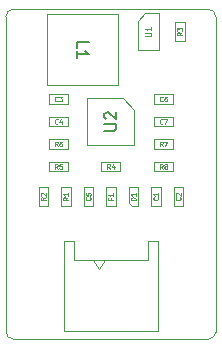
<source format=gbr>
%TF.GenerationSoftware,KiCad,Pcbnew,5.1.6+dfsg1-1~bpo10+1*%
%TF.CreationDate,2020-07-06T17:28:13+00:00*%
%TF.ProjectId,ProMicro_LIPO,50726f4d-6963-4726-9f5f-4c49504f2e6b,v1.6*%
%TF.SameCoordinates,Original*%
%TF.FileFunction,Other,Fab,Top*%
%FSLAX45Y45*%
G04 Gerber Fmt 4.5, Leading zero omitted, Abs format (unit mm)*
G04 Created by KiCad (PCBNEW 5.1.6+dfsg1-1~bpo10+1) date 2020-07-06 17:28:13*
%MOMM*%
%LPD*%
G01*
G04 APERTURE LIST*
%TA.AperFunction,Profile*%
%ADD10C,0.100000*%
%TD*%
%ADD11C,0.100000*%
%ADD12C,0.150000*%
%ADD13C,0.060000*%
%ADD14C,0.075000*%
G04 APERTURE END LIST*
D10*
X-127000Y-63500D02*
X-127000Y2603500D01*
X1651000Y2603500D02*
X1651000Y-63500D01*
X1651000Y-63500D02*
G75*
G02*
X1587500Y-127000I-63500J0D01*
G01*
X-63500Y-127000D02*
G75*
G02*
X-127000Y-63500I0J63500D01*
G01*
X-127000Y2603500D02*
G75*
G02*
X-63500Y2667000I63500J0D01*
G01*
X1587500Y2667000D02*
G75*
G02*
X1651000Y2603500I0J-63500D01*
G01*
X1587500Y2667000D02*
X-63500Y2667000D01*
X-63500Y-127000D02*
X1587500Y-127000D01*
D11*
X220700Y2624100D02*
X820700Y2624100D01*
X220700Y2624100D02*
X220700Y2024100D01*
X220700Y2024100D02*
X820700Y2024100D01*
X820700Y2024100D02*
X820700Y2624100D01*
X397500Y1945000D02*
X397500Y1865000D01*
X397500Y1865000D02*
X237500Y1865000D01*
X237500Y1865000D02*
X237500Y1945000D01*
X237500Y1945000D02*
X397500Y1945000D01*
X1126500Y1865000D02*
X1126500Y1945000D01*
X1126500Y1945000D02*
X1286500Y1945000D01*
X1286500Y1945000D02*
X1286500Y1865000D01*
X1286500Y1865000D02*
X1126500Y1865000D01*
X1126500Y1674500D02*
X1126500Y1754500D01*
X1126500Y1754500D02*
X1286500Y1754500D01*
X1286500Y1754500D02*
X1286500Y1674500D01*
X1286500Y1674500D02*
X1126500Y1674500D01*
X531500Y1159500D02*
X611500Y1159500D01*
X611500Y1159500D02*
X611500Y999500D01*
X611500Y999500D02*
X531500Y999500D01*
X531500Y999500D02*
X531500Y1159500D01*
X397500Y1754500D02*
X397500Y1674500D01*
X397500Y1674500D02*
X237500Y1674500D01*
X237500Y1674500D02*
X237500Y1754500D01*
X237500Y1754500D02*
X397500Y1754500D01*
X1126500Y1293500D02*
X1126500Y1373500D01*
X1126500Y1373500D02*
X1286500Y1373500D01*
X1286500Y1373500D02*
X1286500Y1293500D01*
X1286500Y1293500D02*
X1126500Y1293500D01*
X1286500Y1564000D02*
X1286500Y1484000D01*
X1286500Y1484000D02*
X1126500Y1484000D01*
X1126500Y1484000D02*
X1126500Y1564000D01*
X1126500Y1564000D02*
X1286500Y1564000D01*
X237500Y1484000D02*
X237500Y1564000D01*
X237500Y1564000D02*
X397500Y1564000D01*
X397500Y1564000D02*
X397500Y1484000D01*
X397500Y1484000D02*
X237500Y1484000D01*
X397500Y1373500D02*
X397500Y1293500D01*
X397500Y1293500D02*
X237500Y1293500D01*
X237500Y1293500D02*
X237500Y1373500D01*
X237500Y1373500D02*
X397500Y1373500D01*
X842000Y1373500D02*
X842000Y1293500D01*
X842000Y1293500D02*
X682000Y1293500D01*
X682000Y1293500D02*
X682000Y1373500D01*
X682000Y1373500D02*
X842000Y1373500D01*
X1386200Y2396500D02*
X1306200Y2396500D01*
X1306200Y2396500D02*
X1306200Y2556500D01*
X1306200Y2556500D02*
X1386200Y2556500D01*
X1386200Y2556500D02*
X1386200Y2396500D01*
X962000Y1814500D02*
X962000Y1514500D01*
X962000Y1514500D02*
X562000Y1514500D01*
X562000Y1514500D02*
X562000Y1914500D01*
X562000Y1914500D02*
X862000Y1914500D01*
X862000Y1914500D02*
X962000Y1814500D01*
X989500Y2566500D02*
X1054500Y2631500D01*
X1169500Y2631500D02*
X1054500Y2631500D01*
X989500Y2566500D02*
X989500Y2321500D01*
X1169500Y2321500D02*
X989500Y2321500D01*
X1169500Y2631500D02*
X1169500Y2321500D01*
X367000Y701000D02*
X447000Y701000D01*
X447000Y701000D02*
X447000Y541000D01*
X447000Y541000D02*
X1077000Y541000D01*
X1077000Y541000D02*
X1077000Y701000D01*
X1077000Y701000D02*
X1157000Y701000D01*
X367000Y-59000D02*
X1157000Y-59000D01*
X367000Y701000D02*
X367000Y-59000D01*
X1157000Y701000D02*
X1157000Y-59000D01*
X612000Y541000D02*
X662000Y470289D01*
X662000Y470289D02*
X712000Y541000D01*
X230500Y999500D02*
X150500Y999500D01*
X150500Y999500D02*
X150500Y1159500D01*
X150500Y1159500D02*
X230500Y1159500D01*
X230500Y1159500D02*
X230500Y999500D01*
X341000Y1159500D02*
X421000Y1159500D01*
X421000Y1159500D02*
X421000Y999500D01*
X421000Y999500D02*
X341000Y999500D01*
X341000Y999500D02*
X341000Y1159500D01*
X1183000Y999500D02*
X1103000Y999500D01*
X1103000Y999500D02*
X1103000Y1159500D01*
X1103000Y1159500D02*
X1183000Y1159500D01*
X1183000Y1159500D02*
X1183000Y999500D01*
X802000Y999500D02*
X722000Y999500D01*
X722000Y999500D02*
X722000Y1159500D01*
X722000Y1159500D02*
X802000Y1159500D01*
X802000Y1159500D02*
X802000Y999500D01*
X912500Y1159500D02*
X912500Y1029500D01*
X912500Y1029500D02*
X942500Y999500D01*
X942500Y999500D02*
X992500Y999500D01*
X992500Y999500D02*
X992500Y1159500D01*
X992500Y1159500D02*
X912500Y1159500D01*
X1293500Y1159500D02*
X1373500Y1159500D01*
X1373500Y1159500D02*
X1373500Y999500D01*
X1373500Y999500D02*
X1293500Y999500D01*
X1293500Y999500D02*
X1293500Y1159500D01*
D12*
X475462Y2340767D02*
X475462Y2388386D01*
X575462Y2388386D01*
X475462Y2255052D02*
X475462Y2312195D01*
X475462Y2283624D02*
X575462Y2283624D01*
X561176Y2293148D01*
X551652Y2302672D01*
X546890Y2312195D01*
D13*
X310833Y1890714D02*
X308929Y1888810D01*
X303214Y1886905D01*
X299405Y1886905D01*
X293690Y1888810D01*
X289881Y1892619D01*
X287976Y1896429D01*
X286071Y1904048D01*
X286071Y1909762D01*
X287976Y1917381D01*
X289881Y1921190D01*
X293690Y1925000D01*
X299405Y1926905D01*
X303214Y1926905D01*
X308929Y1925000D01*
X310833Y1923095D01*
X324167Y1926905D02*
X348929Y1926905D01*
X335595Y1911667D01*
X341310Y1911667D01*
X345119Y1909762D01*
X347024Y1907857D01*
X348929Y1904048D01*
X348929Y1894524D01*
X347024Y1890714D01*
X345119Y1888810D01*
X341310Y1886905D01*
X329881Y1886905D01*
X326071Y1888810D01*
X324167Y1890714D01*
X1199833Y1890714D02*
X1197929Y1888810D01*
X1192214Y1886905D01*
X1188405Y1886905D01*
X1182690Y1888810D01*
X1178881Y1892619D01*
X1176976Y1896429D01*
X1175071Y1904048D01*
X1175071Y1909762D01*
X1176976Y1917381D01*
X1178881Y1921190D01*
X1182690Y1925000D01*
X1188405Y1926905D01*
X1192214Y1926905D01*
X1197929Y1925000D01*
X1199833Y1923095D01*
X1234119Y1926905D02*
X1226500Y1926905D01*
X1222690Y1925000D01*
X1220786Y1923095D01*
X1216976Y1917381D01*
X1215071Y1909762D01*
X1215071Y1894524D01*
X1216976Y1890714D01*
X1218881Y1888810D01*
X1222690Y1886905D01*
X1230310Y1886905D01*
X1234119Y1888810D01*
X1236024Y1890714D01*
X1237929Y1894524D01*
X1237929Y1904048D01*
X1236024Y1907857D01*
X1234119Y1909762D01*
X1230310Y1911667D01*
X1222690Y1911667D01*
X1218881Y1909762D01*
X1216976Y1907857D01*
X1215071Y1904048D01*
X1199833Y1700214D02*
X1197929Y1698310D01*
X1192214Y1696405D01*
X1188405Y1696405D01*
X1182690Y1698310D01*
X1178881Y1702119D01*
X1176976Y1705929D01*
X1175071Y1713548D01*
X1175071Y1719262D01*
X1176976Y1726881D01*
X1178881Y1730690D01*
X1182690Y1734500D01*
X1188405Y1736405D01*
X1192214Y1736405D01*
X1197929Y1734500D01*
X1199833Y1732595D01*
X1213167Y1736405D02*
X1239833Y1736405D01*
X1222690Y1696405D01*
X585786Y1072833D02*
X587690Y1070929D01*
X589595Y1065214D01*
X589595Y1061405D01*
X587690Y1055691D01*
X583881Y1051881D01*
X580071Y1049976D01*
X572452Y1048071D01*
X566738Y1048071D01*
X559119Y1049976D01*
X555310Y1051881D01*
X551500Y1055691D01*
X549595Y1061405D01*
X549595Y1065214D01*
X551500Y1070929D01*
X553405Y1072833D01*
X549595Y1109024D02*
X549595Y1089976D01*
X568643Y1088072D01*
X566738Y1089976D01*
X564833Y1093786D01*
X564833Y1103310D01*
X566738Y1107119D01*
X568643Y1109024D01*
X572452Y1110929D01*
X581976Y1110929D01*
X585786Y1109024D01*
X587690Y1107119D01*
X589595Y1103310D01*
X589595Y1093786D01*
X587690Y1089976D01*
X585786Y1088072D01*
X310833Y1700214D02*
X308929Y1698310D01*
X303214Y1696405D01*
X299405Y1696405D01*
X293690Y1698310D01*
X289881Y1702119D01*
X287976Y1705929D01*
X286071Y1713548D01*
X286071Y1719262D01*
X287976Y1726881D01*
X289881Y1730690D01*
X293690Y1734500D01*
X299405Y1736405D01*
X303214Y1736405D01*
X308929Y1734500D01*
X310833Y1732595D01*
X345119Y1723071D02*
X345119Y1696405D01*
X335595Y1738310D02*
X326071Y1709738D01*
X350833Y1709738D01*
X1199833Y1315405D02*
X1186500Y1334452D01*
X1176976Y1315405D02*
X1176976Y1355405D01*
X1192214Y1355405D01*
X1196024Y1353500D01*
X1197929Y1351595D01*
X1199833Y1347786D01*
X1199833Y1342072D01*
X1197929Y1338262D01*
X1196024Y1336357D01*
X1192214Y1334452D01*
X1176976Y1334452D01*
X1222690Y1338262D02*
X1218881Y1340167D01*
X1216976Y1342072D01*
X1215071Y1345881D01*
X1215071Y1347786D01*
X1216976Y1351595D01*
X1218881Y1353500D01*
X1222690Y1355405D01*
X1230310Y1355405D01*
X1234119Y1353500D01*
X1236024Y1351595D01*
X1237929Y1347786D01*
X1237929Y1345881D01*
X1236024Y1342072D01*
X1234119Y1340167D01*
X1230310Y1338262D01*
X1222690Y1338262D01*
X1218881Y1336357D01*
X1216976Y1334452D01*
X1215071Y1330643D01*
X1215071Y1323024D01*
X1216976Y1319214D01*
X1218881Y1317310D01*
X1222690Y1315405D01*
X1230310Y1315405D01*
X1234119Y1317310D01*
X1236024Y1319214D01*
X1237929Y1323024D01*
X1237929Y1330643D01*
X1236024Y1334452D01*
X1234119Y1336357D01*
X1230310Y1338262D01*
X1199833Y1505905D02*
X1186500Y1524952D01*
X1176976Y1505905D02*
X1176976Y1545905D01*
X1192214Y1545905D01*
X1196024Y1544000D01*
X1197929Y1542095D01*
X1199833Y1538286D01*
X1199833Y1532571D01*
X1197929Y1528762D01*
X1196024Y1526857D01*
X1192214Y1524952D01*
X1176976Y1524952D01*
X1213167Y1545905D02*
X1239833Y1545905D01*
X1222690Y1505905D01*
X310833Y1505905D02*
X297500Y1524952D01*
X287976Y1505905D02*
X287976Y1545905D01*
X303214Y1545905D01*
X307024Y1544000D01*
X308929Y1542095D01*
X310833Y1538286D01*
X310833Y1532571D01*
X308929Y1528762D01*
X307024Y1526857D01*
X303214Y1524952D01*
X287976Y1524952D01*
X345119Y1545905D02*
X337500Y1545905D01*
X333690Y1544000D01*
X331786Y1542095D01*
X327976Y1536381D01*
X326071Y1528762D01*
X326071Y1513524D01*
X327976Y1509714D01*
X329881Y1507810D01*
X333690Y1505905D01*
X341310Y1505905D01*
X345119Y1507810D01*
X347024Y1509714D01*
X348929Y1513524D01*
X348929Y1523048D01*
X347024Y1526857D01*
X345119Y1528762D01*
X341310Y1530667D01*
X333690Y1530667D01*
X329881Y1528762D01*
X327976Y1526857D01*
X326071Y1523048D01*
X310833Y1315405D02*
X297500Y1334452D01*
X287976Y1315405D02*
X287976Y1355405D01*
X303214Y1355405D01*
X307024Y1353500D01*
X308929Y1351595D01*
X310833Y1347786D01*
X310833Y1342072D01*
X308929Y1338262D01*
X307024Y1336357D01*
X303214Y1334452D01*
X287976Y1334452D01*
X347024Y1355405D02*
X327976Y1355405D01*
X326071Y1336357D01*
X327976Y1338262D01*
X331786Y1340167D01*
X341310Y1340167D01*
X345119Y1338262D01*
X347024Y1336357D01*
X348929Y1332548D01*
X348929Y1323024D01*
X347024Y1319214D01*
X345119Y1317310D01*
X341310Y1315405D01*
X331786Y1315405D01*
X327976Y1317310D01*
X326071Y1319214D01*
X755333Y1315405D02*
X742000Y1334452D01*
X732476Y1315405D02*
X732476Y1355405D01*
X747714Y1355405D01*
X751524Y1353500D01*
X753428Y1351595D01*
X755333Y1347786D01*
X755333Y1342072D01*
X753428Y1338262D01*
X751524Y1336357D01*
X747714Y1334452D01*
X732476Y1334452D01*
X789619Y1342072D02*
X789619Y1315405D01*
X780095Y1357310D02*
X770571Y1328738D01*
X795333Y1328738D01*
X1364295Y2469833D02*
X1345248Y2456500D01*
X1364295Y2446976D02*
X1324295Y2446976D01*
X1324295Y2462214D01*
X1326200Y2466024D01*
X1328105Y2467929D01*
X1331914Y2469833D01*
X1337629Y2469833D01*
X1341438Y2467929D01*
X1343343Y2466024D01*
X1345248Y2462214D01*
X1345248Y2446976D01*
X1324295Y2483167D02*
X1324295Y2507929D01*
X1339533Y2494595D01*
X1339533Y2500310D01*
X1341438Y2504119D01*
X1343343Y2506024D01*
X1347152Y2507929D01*
X1356676Y2507929D01*
X1360486Y2506024D01*
X1362390Y2504119D01*
X1364295Y2500310D01*
X1364295Y2488881D01*
X1362390Y2485072D01*
X1360486Y2483167D01*
D12*
X707238Y1638310D02*
X788190Y1638310D01*
X797714Y1643071D01*
X802476Y1647833D01*
X807238Y1657357D01*
X807238Y1676405D01*
X802476Y1685929D01*
X797714Y1690690D01*
X788190Y1695452D01*
X707238Y1695452D01*
X716762Y1738310D02*
X712000Y1743071D01*
X707238Y1752595D01*
X707238Y1776405D01*
X712000Y1785929D01*
X716762Y1790690D01*
X726286Y1795452D01*
X735809Y1795452D01*
X750095Y1790690D01*
X807238Y1733548D01*
X807238Y1795452D01*
D14*
X1052119Y2438405D02*
X1092595Y2438405D01*
X1097357Y2440786D01*
X1099738Y2443167D01*
X1102119Y2447929D01*
X1102119Y2457452D01*
X1099738Y2462214D01*
X1097357Y2464595D01*
X1092595Y2466976D01*
X1052119Y2466976D01*
X1102119Y2516976D02*
X1102119Y2488405D01*
X1102119Y2502691D02*
X1052119Y2502691D01*
X1059262Y2497929D01*
X1064024Y2493167D01*
X1066405Y2488405D01*
D13*
X208595Y1072833D02*
X189548Y1059500D01*
X208595Y1049976D02*
X168595Y1049976D01*
X168595Y1065214D01*
X170500Y1069024D01*
X172405Y1070929D01*
X176214Y1072833D01*
X181928Y1072833D01*
X185738Y1070929D01*
X187643Y1069024D01*
X189548Y1065214D01*
X189548Y1049976D01*
X172405Y1088072D02*
X170500Y1089976D01*
X168595Y1093786D01*
X168595Y1103310D01*
X170500Y1107119D01*
X172405Y1109024D01*
X176214Y1110929D01*
X180024Y1110929D01*
X185738Y1109024D01*
X208595Y1086167D01*
X208595Y1110929D01*
X399095Y1072833D02*
X380048Y1059500D01*
X399095Y1049976D02*
X359095Y1049976D01*
X359095Y1065214D01*
X361000Y1069024D01*
X362905Y1070929D01*
X366714Y1072833D01*
X372428Y1072833D01*
X376238Y1070929D01*
X378143Y1069024D01*
X380048Y1065214D01*
X380048Y1049976D01*
X399095Y1110929D02*
X399095Y1088072D01*
X399095Y1099500D02*
X359095Y1099500D01*
X364809Y1095691D01*
X368619Y1091881D01*
X370524Y1088072D01*
X1157286Y1072833D02*
X1159190Y1070929D01*
X1161095Y1065214D01*
X1161095Y1061405D01*
X1159190Y1055691D01*
X1155381Y1051881D01*
X1151571Y1049976D01*
X1143952Y1048071D01*
X1138238Y1048071D01*
X1130619Y1049976D01*
X1126810Y1051881D01*
X1123000Y1055691D01*
X1121095Y1061405D01*
X1121095Y1065214D01*
X1123000Y1070929D01*
X1124905Y1072833D01*
X1161095Y1110929D02*
X1161095Y1088072D01*
X1161095Y1099500D02*
X1121095Y1099500D01*
X1126810Y1095691D01*
X1130619Y1091881D01*
X1132524Y1088072D01*
X759143Y1066167D02*
X759143Y1052833D01*
X780095Y1052833D02*
X740095Y1052833D01*
X740095Y1071881D01*
X780095Y1108072D02*
X780095Y1085214D01*
X780095Y1096643D02*
X740095Y1096643D01*
X745809Y1092833D01*
X749619Y1089024D01*
X751524Y1085214D01*
X970595Y1049976D02*
X930595Y1049976D01*
X930595Y1059500D01*
X932500Y1065214D01*
X936309Y1069024D01*
X940119Y1070929D01*
X947738Y1072833D01*
X953452Y1072833D01*
X961071Y1070929D01*
X964881Y1069024D01*
X968690Y1065214D01*
X970595Y1059500D01*
X970595Y1049976D01*
X970595Y1110929D02*
X970595Y1088072D01*
X970595Y1099500D02*
X930595Y1099500D01*
X936309Y1095691D01*
X940119Y1091881D01*
X942024Y1088072D01*
X1347786Y1072833D02*
X1349690Y1070929D01*
X1351595Y1065214D01*
X1351595Y1061405D01*
X1349690Y1055691D01*
X1345881Y1051881D01*
X1342071Y1049976D01*
X1334452Y1048071D01*
X1328738Y1048071D01*
X1321119Y1049976D01*
X1317310Y1051881D01*
X1313500Y1055691D01*
X1311595Y1061405D01*
X1311595Y1065214D01*
X1313500Y1070929D01*
X1315405Y1072833D01*
X1315405Y1088072D02*
X1313500Y1089976D01*
X1311595Y1093786D01*
X1311595Y1103310D01*
X1313500Y1107119D01*
X1315405Y1109024D01*
X1319214Y1110929D01*
X1323024Y1110929D01*
X1328738Y1109024D01*
X1351595Y1086167D01*
X1351595Y1110929D01*
M02*

</source>
